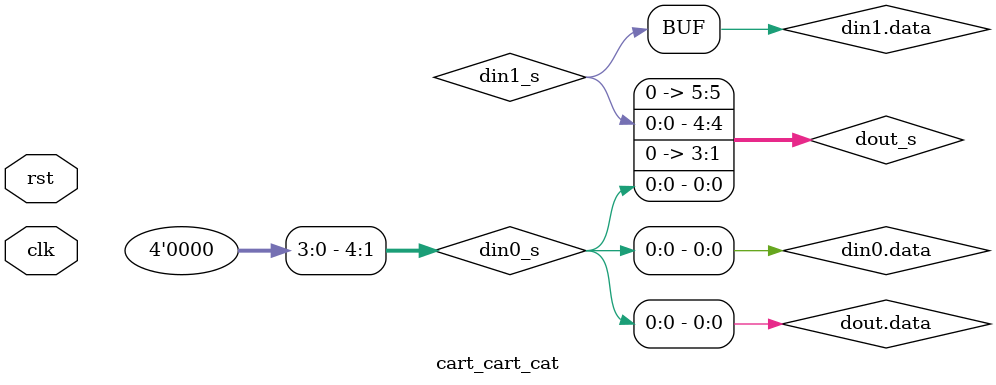
<source format=sv>

module cart_cart_cat
(
    input clk,
    input rst,
    dti.consumer din0, // [u4] (5)
    dti.consumer din1, // u1 (1)
    dti.producer dout // [(u4, u1)] (6)

);
    typedef struct packed { // [u4]
        logic [0:0] eot; // u1
        logic [3:0] data; // u4
    } din0_t;

    typedef logic [0:0] din1_t; // u1

    typedef struct packed { // (u4, u1)
        logic [0:0] f1; // u1
        logic [3:0] f0; // u4
    } dout_data_t;

    typedef struct packed { // [(u4, u1)]
        logic [0:0] eot; // u1
        dout_data_t data; // (u4, u1)
    } dout_t;

    din0_t din0_s;
    din1_t din1_s;
    dout_t dout_s;
    assign din0_s = din0.data;
    assign din1_s = din1.data;
    assign dout.data = dout_s;


    assign dout_s.eot = { din0_s.eot };
    assign dout_s.data = { din1_s, din0_s.data };

    logic  handshake;
    assign dout.valid = din0.valid & din1.valid;
    assign handshake = dout.valid && dout.ready;

    assign din0.ready = din0.valid ? handshake : dout.ready;
    assign din1.ready = din1.valid ? handshake : dout.ready;



endmodule
</source>
